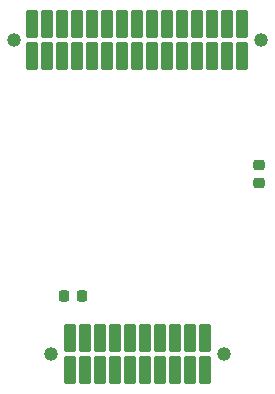
<source format=gbs>
%TF.GenerationSoftware,KiCad,Pcbnew,8.0.3-8.0.3-0~ubuntu24.04.1*%
%TF.CreationDate,2024-07-09T09:27:24+02:00*%
%TF.ProjectId,PythonBreakout,50797468-6f6e-4427-9265-616b6f75742e,rev?*%
%TF.SameCoordinates,Original*%
%TF.FileFunction,Soldermask,Bot*%
%TF.FilePolarity,Negative*%
%FSLAX46Y46*%
G04 Gerber Fmt 4.6, Leading zero omitted, Abs format (unit mm)*
G04 Created by KiCad (PCBNEW 8.0.3-8.0.3-0~ubuntu24.04.1) date 2024-07-09 09:27:24*
%MOMM*%
%LPD*%
G01*
G04 APERTURE LIST*
G04 Aperture macros list*
%AMRoundRect*
0 Rectangle with rounded corners*
0 $1 Rounding radius*
0 $2 $3 $4 $5 $6 $7 $8 $9 X,Y pos of 4 corners*
0 Add a 4 corners polygon primitive as box body*
4,1,4,$2,$3,$4,$5,$6,$7,$8,$9,$2,$3,0*
0 Add four circle primitives for the rounded corners*
1,1,$1+$1,$2,$3*
1,1,$1+$1,$4,$5*
1,1,$1+$1,$6,$7*
1,1,$1+$1,$8,$9*
0 Add four rect primitives between the rounded corners*
20,1,$1+$1,$2,$3,$4,$5,0*
20,1,$1+$1,$4,$5,$6,$7,0*
20,1,$1+$1,$6,$7,$8,$9,0*
20,1,$1+$1,$8,$9,$2,$3,0*%
G04 Aperture macros list end*
%ADD10C,1.190000*%
%ADD11RoundRect,0.102000X-0.370000X-1.110000X0.370000X-1.110000X0.370000X1.110000X-0.370000X1.110000X0*%
%ADD12RoundRect,0.225000X-0.250000X0.225000X-0.250000X-0.225000X0.250000X-0.225000X0.250000X0.225000X0*%
%ADD13RoundRect,0.225000X-0.225000X-0.250000X0.225000X-0.250000X0.225000X0.250000X-0.225000X0.250000X0*%
G04 APERTURE END LIST*
D10*
X82695000Y-85535000D03*
X97305000Y-85535000D03*
D11*
X84285000Y-86900000D03*
X84285000Y-84170000D03*
X85555000Y-86900000D03*
X85555000Y-84170000D03*
X86825000Y-86900000D03*
X86825000Y-84170000D03*
X88095000Y-86900000D03*
X88095000Y-84170000D03*
X89365000Y-86900000D03*
X89365000Y-84170000D03*
X90635000Y-86900000D03*
X90635000Y-84170000D03*
X91905000Y-86900000D03*
X91905000Y-84170000D03*
X93175000Y-86900000D03*
X93175000Y-84170000D03*
X94445000Y-86900000D03*
X94445000Y-84170000D03*
X95715000Y-86900000D03*
X95715000Y-84170000D03*
D10*
X79520000Y-58925000D03*
X100480000Y-58925000D03*
D11*
X81110000Y-60290000D03*
X81110000Y-57560000D03*
X82380000Y-60290000D03*
X82380000Y-57560000D03*
X83650000Y-60290000D03*
X83650000Y-57560000D03*
X84920000Y-60290000D03*
X84920000Y-57560000D03*
X86190000Y-60290000D03*
X86190000Y-57560000D03*
X87460000Y-60290000D03*
X87460000Y-57560000D03*
X88730000Y-60290000D03*
X88730000Y-57560000D03*
X90000000Y-60290000D03*
X90000000Y-57560000D03*
X91270000Y-60290000D03*
X91270000Y-57560000D03*
X92540000Y-60290000D03*
X92540000Y-57560000D03*
X93810000Y-60290000D03*
X93810000Y-57560000D03*
X95080000Y-60290000D03*
X95080000Y-57560000D03*
X96350000Y-60290000D03*
X96350000Y-57560000D03*
X97620000Y-60290000D03*
X97620000Y-57560000D03*
X98890000Y-60290000D03*
X98890000Y-57560000D03*
D12*
X100305000Y-69500000D03*
X100305000Y-71050000D03*
D13*
X83755000Y-80575000D03*
X85305000Y-80575000D03*
M02*

</source>
